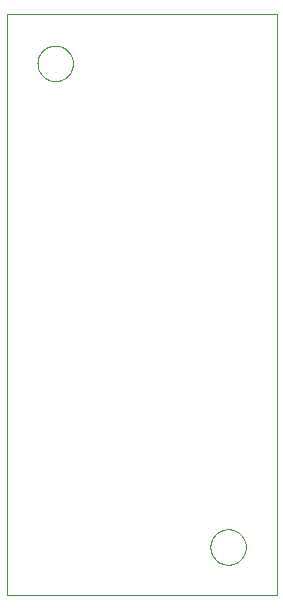
<source format=gtp>
G75*
%MOIN*%
%OFA0B0*%
%FSLAX25Y25*%
%IPPOS*%
%LPD*%
%AMOC8*
5,1,8,0,0,1.08239X$1,22.5*
%
%ADD10C,0.00100*%
%ADD11C,0.00000*%
D10*
X0001050Y0001900D02*
X0001050Y0195601D01*
X0090971Y0195601D01*
X0090971Y0001900D01*
X0001050Y0001900D01*
D11*
X0068868Y0018000D02*
X0068870Y0018153D01*
X0068876Y0018307D01*
X0068886Y0018460D01*
X0068900Y0018612D01*
X0068918Y0018765D01*
X0068940Y0018916D01*
X0068965Y0019067D01*
X0068995Y0019218D01*
X0069029Y0019368D01*
X0069066Y0019516D01*
X0069107Y0019664D01*
X0069152Y0019810D01*
X0069201Y0019956D01*
X0069254Y0020100D01*
X0069310Y0020242D01*
X0069370Y0020383D01*
X0069434Y0020523D01*
X0069501Y0020661D01*
X0069572Y0020797D01*
X0069647Y0020931D01*
X0069724Y0021063D01*
X0069806Y0021193D01*
X0069890Y0021321D01*
X0069978Y0021447D01*
X0070069Y0021570D01*
X0070163Y0021691D01*
X0070261Y0021809D01*
X0070361Y0021925D01*
X0070465Y0022038D01*
X0070571Y0022149D01*
X0070680Y0022257D01*
X0070792Y0022362D01*
X0070906Y0022463D01*
X0071024Y0022562D01*
X0071143Y0022658D01*
X0071265Y0022751D01*
X0071390Y0022840D01*
X0071517Y0022927D01*
X0071646Y0023009D01*
X0071777Y0023089D01*
X0071910Y0023165D01*
X0072045Y0023238D01*
X0072182Y0023307D01*
X0072321Y0023372D01*
X0072461Y0023434D01*
X0072603Y0023492D01*
X0072746Y0023547D01*
X0072891Y0023598D01*
X0073037Y0023645D01*
X0073184Y0023688D01*
X0073332Y0023727D01*
X0073481Y0023763D01*
X0073631Y0023794D01*
X0073782Y0023822D01*
X0073933Y0023846D01*
X0074086Y0023866D01*
X0074238Y0023882D01*
X0074391Y0023894D01*
X0074544Y0023902D01*
X0074697Y0023906D01*
X0074851Y0023906D01*
X0075004Y0023902D01*
X0075157Y0023894D01*
X0075310Y0023882D01*
X0075462Y0023866D01*
X0075615Y0023846D01*
X0075766Y0023822D01*
X0075917Y0023794D01*
X0076067Y0023763D01*
X0076216Y0023727D01*
X0076364Y0023688D01*
X0076511Y0023645D01*
X0076657Y0023598D01*
X0076802Y0023547D01*
X0076945Y0023492D01*
X0077087Y0023434D01*
X0077227Y0023372D01*
X0077366Y0023307D01*
X0077503Y0023238D01*
X0077638Y0023165D01*
X0077771Y0023089D01*
X0077902Y0023009D01*
X0078031Y0022927D01*
X0078158Y0022840D01*
X0078283Y0022751D01*
X0078405Y0022658D01*
X0078524Y0022562D01*
X0078642Y0022463D01*
X0078756Y0022362D01*
X0078868Y0022257D01*
X0078977Y0022149D01*
X0079083Y0022038D01*
X0079187Y0021925D01*
X0079287Y0021809D01*
X0079385Y0021691D01*
X0079479Y0021570D01*
X0079570Y0021447D01*
X0079658Y0021321D01*
X0079742Y0021193D01*
X0079824Y0021063D01*
X0079901Y0020931D01*
X0079976Y0020797D01*
X0080047Y0020661D01*
X0080114Y0020523D01*
X0080178Y0020383D01*
X0080238Y0020242D01*
X0080294Y0020100D01*
X0080347Y0019956D01*
X0080396Y0019810D01*
X0080441Y0019664D01*
X0080482Y0019516D01*
X0080519Y0019368D01*
X0080553Y0019218D01*
X0080583Y0019067D01*
X0080608Y0018916D01*
X0080630Y0018765D01*
X0080648Y0018612D01*
X0080662Y0018460D01*
X0080672Y0018307D01*
X0080678Y0018153D01*
X0080680Y0018000D01*
X0080678Y0017847D01*
X0080672Y0017693D01*
X0080662Y0017540D01*
X0080648Y0017388D01*
X0080630Y0017235D01*
X0080608Y0017084D01*
X0080583Y0016933D01*
X0080553Y0016782D01*
X0080519Y0016632D01*
X0080482Y0016484D01*
X0080441Y0016336D01*
X0080396Y0016190D01*
X0080347Y0016044D01*
X0080294Y0015900D01*
X0080238Y0015758D01*
X0080178Y0015617D01*
X0080114Y0015477D01*
X0080047Y0015339D01*
X0079976Y0015203D01*
X0079901Y0015069D01*
X0079824Y0014937D01*
X0079742Y0014807D01*
X0079658Y0014679D01*
X0079570Y0014553D01*
X0079479Y0014430D01*
X0079385Y0014309D01*
X0079287Y0014191D01*
X0079187Y0014075D01*
X0079083Y0013962D01*
X0078977Y0013851D01*
X0078868Y0013743D01*
X0078756Y0013638D01*
X0078642Y0013537D01*
X0078524Y0013438D01*
X0078405Y0013342D01*
X0078283Y0013249D01*
X0078158Y0013160D01*
X0078031Y0013073D01*
X0077902Y0012991D01*
X0077771Y0012911D01*
X0077638Y0012835D01*
X0077503Y0012762D01*
X0077366Y0012693D01*
X0077227Y0012628D01*
X0077087Y0012566D01*
X0076945Y0012508D01*
X0076802Y0012453D01*
X0076657Y0012402D01*
X0076511Y0012355D01*
X0076364Y0012312D01*
X0076216Y0012273D01*
X0076067Y0012237D01*
X0075917Y0012206D01*
X0075766Y0012178D01*
X0075615Y0012154D01*
X0075462Y0012134D01*
X0075310Y0012118D01*
X0075157Y0012106D01*
X0075004Y0012098D01*
X0074851Y0012094D01*
X0074697Y0012094D01*
X0074544Y0012098D01*
X0074391Y0012106D01*
X0074238Y0012118D01*
X0074086Y0012134D01*
X0073933Y0012154D01*
X0073782Y0012178D01*
X0073631Y0012206D01*
X0073481Y0012237D01*
X0073332Y0012273D01*
X0073184Y0012312D01*
X0073037Y0012355D01*
X0072891Y0012402D01*
X0072746Y0012453D01*
X0072603Y0012508D01*
X0072461Y0012566D01*
X0072321Y0012628D01*
X0072182Y0012693D01*
X0072045Y0012762D01*
X0071910Y0012835D01*
X0071777Y0012911D01*
X0071646Y0012991D01*
X0071517Y0013073D01*
X0071390Y0013160D01*
X0071265Y0013249D01*
X0071143Y0013342D01*
X0071024Y0013438D01*
X0070906Y0013537D01*
X0070792Y0013638D01*
X0070680Y0013743D01*
X0070571Y0013851D01*
X0070465Y0013962D01*
X0070361Y0014075D01*
X0070261Y0014191D01*
X0070163Y0014309D01*
X0070069Y0014430D01*
X0069978Y0014553D01*
X0069890Y0014679D01*
X0069806Y0014807D01*
X0069724Y0014937D01*
X0069647Y0015069D01*
X0069572Y0015203D01*
X0069501Y0015339D01*
X0069434Y0015477D01*
X0069370Y0015617D01*
X0069310Y0015758D01*
X0069254Y0015900D01*
X0069201Y0016044D01*
X0069152Y0016190D01*
X0069107Y0016336D01*
X0069066Y0016484D01*
X0069029Y0016632D01*
X0068995Y0016782D01*
X0068965Y0016933D01*
X0068940Y0017084D01*
X0068918Y0017235D01*
X0068900Y0017388D01*
X0068886Y0017540D01*
X0068876Y0017693D01*
X0068870Y0017847D01*
X0068868Y0018000D01*
X0011245Y0179225D02*
X0011247Y0179378D01*
X0011253Y0179532D01*
X0011263Y0179685D01*
X0011277Y0179837D01*
X0011295Y0179990D01*
X0011317Y0180141D01*
X0011342Y0180292D01*
X0011372Y0180443D01*
X0011406Y0180593D01*
X0011443Y0180741D01*
X0011484Y0180889D01*
X0011529Y0181035D01*
X0011578Y0181181D01*
X0011631Y0181325D01*
X0011687Y0181467D01*
X0011747Y0181608D01*
X0011811Y0181748D01*
X0011878Y0181886D01*
X0011949Y0182022D01*
X0012024Y0182156D01*
X0012101Y0182288D01*
X0012183Y0182418D01*
X0012267Y0182546D01*
X0012355Y0182672D01*
X0012446Y0182795D01*
X0012540Y0182916D01*
X0012638Y0183034D01*
X0012738Y0183150D01*
X0012842Y0183263D01*
X0012948Y0183374D01*
X0013057Y0183482D01*
X0013169Y0183587D01*
X0013283Y0183688D01*
X0013401Y0183787D01*
X0013520Y0183883D01*
X0013642Y0183976D01*
X0013767Y0184065D01*
X0013894Y0184152D01*
X0014023Y0184234D01*
X0014154Y0184314D01*
X0014287Y0184390D01*
X0014422Y0184463D01*
X0014559Y0184532D01*
X0014698Y0184597D01*
X0014838Y0184659D01*
X0014980Y0184717D01*
X0015123Y0184772D01*
X0015268Y0184823D01*
X0015414Y0184870D01*
X0015561Y0184913D01*
X0015709Y0184952D01*
X0015858Y0184988D01*
X0016008Y0185019D01*
X0016159Y0185047D01*
X0016310Y0185071D01*
X0016463Y0185091D01*
X0016615Y0185107D01*
X0016768Y0185119D01*
X0016921Y0185127D01*
X0017074Y0185131D01*
X0017228Y0185131D01*
X0017381Y0185127D01*
X0017534Y0185119D01*
X0017687Y0185107D01*
X0017839Y0185091D01*
X0017992Y0185071D01*
X0018143Y0185047D01*
X0018294Y0185019D01*
X0018444Y0184988D01*
X0018593Y0184952D01*
X0018741Y0184913D01*
X0018888Y0184870D01*
X0019034Y0184823D01*
X0019179Y0184772D01*
X0019322Y0184717D01*
X0019464Y0184659D01*
X0019604Y0184597D01*
X0019743Y0184532D01*
X0019880Y0184463D01*
X0020015Y0184390D01*
X0020148Y0184314D01*
X0020279Y0184234D01*
X0020408Y0184152D01*
X0020535Y0184065D01*
X0020660Y0183976D01*
X0020782Y0183883D01*
X0020901Y0183787D01*
X0021019Y0183688D01*
X0021133Y0183587D01*
X0021245Y0183482D01*
X0021354Y0183374D01*
X0021460Y0183263D01*
X0021564Y0183150D01*
X0021664Y0183034D01*
X0021762Y0182916D01*
X0021856Y0182795D01*
X0021947Y0182672D01*
X0022035Y0182546D01*
X0022119Y0182418D01*
X0022201Y0182288D01*
X0022278Y0182156D01*
X0022353Y0182022D01*
X0022424Y0181886D01*
X0022491Y0181748D01*
X0022555Y0181608D01*
X0022615Y0181467D01*
X0022671Y0181325D01*
X0022724Y0181181D01*
X0022773Y0181035D01*
X0022818Y0180889D01*
X0022859Y0180741D01*
X0022896Y0180593D01*
X0022930Y0180443D01*
X0022960Y0180292D01*
X0022985Y0180141D01*
X0023007Y0179990D01*
X0023025Y0179837D01*
X0023039Y0179685D01*
X0023049Y0179532D01*
X0023055Y0179378D01*
X0023057Y0179225D01*
X0023055Y0179072D01*
X0023049Y0178918D01*
X0023039Y0178765D01*
X0023025Y0178613D01*
X0023007Y0178460D01*
X0022985Y0178309D01*
X0022960Y0178158D01*
X0022930Y0178007D01*
X0022896Y0177857D01*
X0022859Y0177709D01*
X0022818Y0177561D01*
X0022773Y0177415D01*
X0022724Y0177269D01*
X0022671Y0177125D01*
X0022615Y0176983D01*
X0022555Y0176842D01*
X0022491Y0176702D01*
X0022424Y0176564D01*
X0022353Y0176428D01*
X0022278Y0176294D01*
X0022201Y0176162D01*
X0022119Y0176032D01*
X0022035Y0175904D01*
X0021947Y0175778D01*
X0021856Y0175655D01*
X0021762Y0175534D01*
X0021664Y0175416D01*
X0021564Y0175300D01*
X0021460Y0175187D01*
X0021354Y0175076D01*
X0021245Y0174968D01*
X0021133Y0174863D01*
X0021019Y0174762D01*
X0020901Y0174663D01*
X0020782Y0174567D01*
X0020660Y0174474D01*
X0020535Y0174385D01*
X0020408Y0174298D01*
X0020279Y0174216D01*
X0020148Y0174136D01*
X0020015Y0174060D01*
X0019880Y0173987D01*
X0019743Y0173918D01*
X0019604Y0173853D01*
X0019464Y0173791D01*
X0019322Y0173733D01*
X0019179Y0173678D01*
X0019034Y0173627D01*
X0018888Y0173580D01*
X0018741Y0173537D01*
X0018593Y0173498D01*
X0018444Y0173462D01*
X0018294Y0173431D01*
X0018143Y0173403D01*
X0017992Y0173379D01*
X0017839Y0173359D01*
X0017687Y0173343D01*
X0017534Y0173331D01*
X0017381Y0173323D01*
X0017228Y0173319D01*
X0017074Y0173319D01*
X0016921Y0173323D01*
X0016768Y0173331D01*
X0016615Y0173343D01*
X0016463Y0173359D01*
X0016310Y0173379D01*
X0016159Y0173403D01*
X0016008Y0173431D01*
X0015858Y0173462D01*
X0015709Y0173498D01*
X0015561Y0173537D01*
X0015414Y0173580D01*
X0015268Y0173627D01*
X0015123Y0173678D01*
X0014980Y0173733D01*
X0014838Y0173791D01*
X0014698Y0173853D01*
X0014559Y0173918D01*
X0014422Y0173987D01*
X0014287Y0174060D01*
X0014154Y0174136D01*
X0014023Y0174216D01*
X0013894Y0174298D01*
X0013767Y0174385D01*
X0013642Y0174474D01*
X0013520Y0174567D01*
X0013401Y0174663D01*
X0013283Y0174762D01*
X0013169Y0174863D01*
X0013057Y0174968D01*
X0012948Y0175076D01*
X0012842Y0175187D01*
X0012738Y0175300D01*
X0012638Y0175416D01*
X0012540Y0175534D01*
X0012446Y0175655D01*
X0012355Y0175778D01*
X0012267Y0175904D01*
X0012183Y0176032D01*
X0012101Y0176162D01*
X0012024Y0176294D01*
X0011949Y0176428D01*
X0011878Y0176564D01*
X0011811Y0176702D01*
X0011747Y0176842D01*
X0011687Y0176983D01*
X0011631Y0177125D01*
X0011578Y0177269D01*
X0011529Y0177415D01*
X0011484Y0177561D01*
X0011443Y0177709D01*
X0011406Y0177857D01*
X0011372Y0178007D01*
X0011342Y0178158D01*
X0011317Y0178309D01*
X0011295Y0178460D01*
X0011277Y0178613D01*
X0011263Y0178765D01*
X0011253Y0178918D01*
X0011247Y0179072D01*
X0011245Y0179225D01*
M02*

</source>
